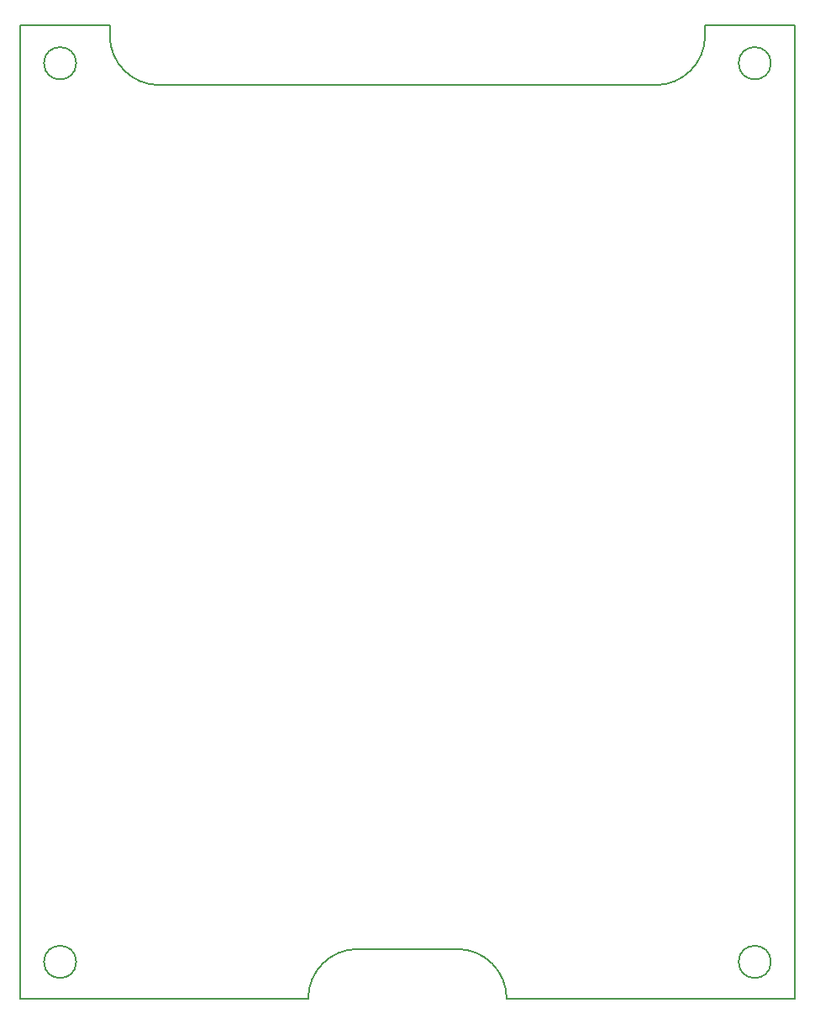
<source format=gbr>
%TF.GenerationSoftware,KiCad,Pcbnew,7.0.2-0*%
%TF.CreationDate,2023-08-02T22:29:10+09:00*%
%TF.ProjectId,main_board2,6d61696e-5f62-46f6-9172-64322e6b6963,rev?*%
%TF.SameCoordinates,Original*%
%TF.FileFunction,Profile,NP*%
%FSLAX46Y46*%
G04 Gerber Fmt 4.6, Leading zero omitted, Abs format (unit mm)*
G04 Created by KiCad (PCBNEW 7.0.2-0) date 2023-08-02 22:29:10*
%MOMM*%
%LPD*%
G01*
G04 APERTURE LIST*
%TA.AperFunction,Profile*%
%ADD10C,0.200000*%
%TD*%
G04 APERTURE END LIST*
D10*
X99800000Y-54400000D02*
X108800000Y-54399999D01*
X105425000Y-148699998D02*
G75*
G03*
X105425000Y-148699998I-1625000J0D01*
G01*
X168800000Y-55400000D02*
X168800000Y-54399999D01*
X99800000Y-152400000D02*
X99800000Y-54400000D01*
X177800000Y-152400000D02*
X148800000Y-152400000D01*
X108800000Y-54399999D02*
X108800000Y-55400000D01*
X177800001Y-54399999D02*
X177800000Y-152400000D01*
X113800000Y-60400000D02*
X163800000Y-60400000D01*
X128800000Y-152400000D02*
X99800000Y-152400000D01*
X148800000Y-152400000D02*
G75*
G03*
X143800000Y-147400000I-5000000J0D01*
G01*
X133800000Y-147400000D02*
G75*
G03*
X128800000Y-152400000I0J-5000000D01*
G01*
X163800000Y-60400000D02*
G75*
G03*
X168800000Y-55400000I0J5000000D01*
G01*
X108800000Y-55400000D02*
G75*
G03*
X113800000Y-60400000I5000000J0D01*
G01*
X168800000Y-54399999D02*
X177800001Y-54399999D01*
X175425000Y-148699998D02*
G75*
G03*
X175425000Y-148699998I-1625000J0D01*
G01*
X143800000Y-147400000D02*
X133800000Y-147400000D01*
X175425000Y-58200000D02*
G75*
G03*
X175425000Y-58200000I-1625000J0D01*
G01*
X105425000Y-58200000D02*
G75*
G03*
X105425000Y-58200000I-1625000J0D01*
G01*
M02*

</source>
